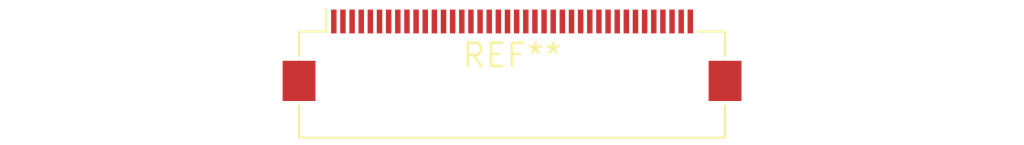
<source format=kicad_pcb>
(kicad_pcb (version 20240108) (generator pcbnew)
  (layers (0 "F.Cu" signal) (31 "B.Cu" signal) (34 "B.Paste" user) (35 "F.Paste" user) (36 "B.SilkS" user "B.Silkscreen") (37 "F.SilkS" user "F.Silkscreen") (38 "B.Mask" user) (39 "F.Mask" user) (44 "Edge.Cuts" user))
  (net 0 "")
  (footprint "Hirose_FH12-40S-0.5SH_1x40-1MP_P0.50mm_Horizontal" (layer "F.Cu") (at 0 0)
    (property "Reference" "REF**")
    (property "Value" "Hirose_FH12-40S-0.5SH_1x40-1MP_P0.50mm_Horizontal")
    (fp_line (start -11.65 -1.3) (end -11.65 0.04) (layer "F.SilkS") (stroke (width 0.12)))
    (fp_line (start -11.65 2.76) (end -11.65 4.5) (layer "F.SilkS") (stroke (width 0.12)))
    (fp_line (start -11.65 4.5) (end 11.65 4.5) (layer "F.SilkS") (stroke (width 0.12)))
    (fp_line (start -10.16 -1.3) (end -11.65 -1.3) (layer "F.SilkS") (stroke (width 0.12)))
    (fp_line (start -10.16 -1.3) (end -10.16 -2.5) (layer "F.SilkS") (stroke (width 0.12)))
    (fp_line (start 10.16 -1.3) (end 11.65 -1.3) (layer "F.SilkS") (stroke (width 0.12)))
    (fp_line (start 11.65 -1.3) (end 11.65 0.04) (layer "F.SilkS") (stroke (width 0.12)))
    (fp_line (start 11.65 4.5) (end 11.65 2.76) (layer "F.SilkS") (stroke (width 0.12)))
    (pad "1" smd rect (at -9.75 -1.85) (size 0.3 1.3) (layers "F.Cu" "F.Paste" "F.Mask"))
    (pad "2" smd rect (at -9.25 -1.85) (size 0.3 1.3) (layers "F.Cu" "F.Paste" "F.Mask"))
    (pad "3" smd rect (at -8.75 -1.85) (size 0.3 1.3) (layers "F.Cu" "F.Paste" "F.Mask"))
    (pad "4" smd rect (at -8.25 -1.85) (size 0.3 1.3) (layers "F.Cu" "F.Paste" "F.Mask"))
    (pad "5" smd rect (at -7.75 -1.85) (size 0.3 1.3) (layers "F.Cu" "F.Paste" "F.Mask"))
    (pad "6" smd rect (at -7.25 -1.85) (size 0.3 1.3) (layers "F.Cu" "F.Paste" "F.Mask"))
    (pad "7" smd rect (at -6.75 -1.85) (size 0.3 1.3) (layers "F.Cu" "F.Paste" "F.Mask"))
    (pad "8" smd rect (at -6.25 -1.85) (size 0.3 1.3) (layers "F.Cu" "F.Paste" "F.Mask"))
    (pad "9" smd rect (at -5.75 -1.85) (size 0.3 1.3) (layers "F.Cu" "F.Paste" "F.Mask"))
    (pad "10" smd rect (at -5.25 -1.85) (size 0.3 1.3) (layers "F.Cu" "F.Paste" "F.Mask"))
    (pad "11" smd rect (at -4.75 -1.85) (size 0.3 1.3) (layers "F.Cu" "F.Paste" "F.Mask"))
    (pad "12" smd rect (at -4.25 -1.85) (size 0.3 1.3) (layers "F.Cu" "F.Paste" "F.Mask"))
    (pad "13" smd rect (at -3.75 -1.85) (size 0.3 1.3) (layers "F.Cu" "F.Paste" "F.Mask"))
    (pad "14" smd rect (at -3.25 -1.85) (size 0.3 1.3) (layers "F.Cu" "F.Paste" "F.Mask"))
    (pad "15" smd rect (at -2.75 -1.85) (size 0.3 1.3) (layers "F.Cu" "F.Paste" "F.Mask"))
    (pad "16" smd rect (at -2.25 -1.85) (size 0.3 1.3) (layers "F.Cu" "F.Paste" "F.Mask"))
    (pad "17" smd rect (at -1.75 -1.85) (size 0.3 1.3) (layers "F.Cu" "F.Paste" "F.Mask"))
    (pad "18" smd rect (at -1.25 -1.85) (size 0.3 1.3) (layers "F.Cu" "F.Paste" "F.Mask"))
    (pad "19" smd rect (at -0.75 -1.85) (size 0.3 1.3) (layers "F.Cu" "F.Paste" "F.Mask"))
    (pad "20" smd rect (at -0.25 -1.85) (size 0.3 1.3) (layers "F.Cu" "F.Paste" "F.Mask"))
    (pad "21" smd rect (at 0.25 -1.85) (size 0.3 1.3) (layers "F.Cu" "F.Paste" "F.Mask"))
    (pad "22" smd rect (at 0.75 -1.85) (size 0.3 1.3) (layers "F.Cu" "F.Paste" "F.Mask"))
    (pad "23" smd rect (at 1.25 -1.85) (size 0.3 1.3) (layers "F.Cu" "F.Paste" "F.Mask"))
    (pad "24" smd rect (at 1.75 -1.85) (size 0.3 1.3) (layers "F.Cu" "F.Paste" "F.Mask"))
    (pad "25" smd rect (at 2.25 -1.85) (size 0.3 1.3) (layers "F.Cu" "F.Paste" "F.Mask"))
    (pad "26" smd rect (at 2.75 -1.85) (size 0.3 1.3) (layers "F.Cu" "F.Paste" "F.Mask"))
    (pad "27" smd rect (at 3.25 -1.85) (size 0.3 1.3) (layers "F.Cu" "F.Paste" "F.Mask"))
    (pad "28" smd rect (at 3.75 -1.85) (size 0.3 1.3) (layers "F.Cu" "F.Paste" "F.Mask"))
    (pad "29" smd rect (at 4.25 -1.85) (size 0.3 1.3) (layers "F.Cu" "F.Paste" "F.Mask"))
    (pad "30" smd rect (at 4.75 -1.85) (size 0.3 1.3) (layers "F.Cu" "F.Paste" "F.Mask"))
    (pad "31" smd rect (at 5.25 -1.85) (size 0.3 1.3) (layers "F.Cu" "F.Paste" "F.Mask"))
    (pad "32" smd rect (at 5.75 -1.85) (size 0.3 1.3) (layers "F.Cu" "F.Paste" "F.Mask"))
    (pad "33" smd rect (at 6.25 -1.85) (size 0.3 1.3) (layers "F.Cu" "F.Paste" "F.Mask"))
    (pad "34" smd rect (at 6.75 -1.85) (size 0.3 1.3) (layers "F.Cu" "F.Paste" "F.Mask"))
    (pad "35" smd rect (at 7.25 -1.85) (size 0.3 1.3) (layers "F.Cu" "F.Paste" "F.Mask"))
    (pad "36" smd rect (at 7.75 -1.85) (size 0.3 1.3) (layers "F.Cu" "F.Paste" "F.Mask"))
    (pad "37" smd rect (at 8.25 -1.85) (size 0.3 1.3) (layers "F.Cu" "F.Paste" "F.Mask"))
    (pad "38" smd rect (at 8.75 -1.85) (size 0.3 1.3) (layers "F.Cu" "F.Paste" "F.Mask"))
    (pad "39" smd rect (at 9.25 -1.85) (size 0.3 1.3) (layers "F.Cu" "F.Paste" "F.Mask"))
    (pad "40" smd rect (at 9.75 -1.85) (size 0.3 1.3) (layers "F.Cu" "F.Paste" "F.Mask"))
    (pad "MP" smd rect (at -11.65 1.4) (size 1.8 2.2) (layers "F.Cu" "F.Paste" "F.Mask"))
    (pad "MP" smd rect (at 11.65 1.4) (size 1.8 2.2) (layers "F.Cu" "F.Paste" "F.Mask"))
  )
)
</source>
